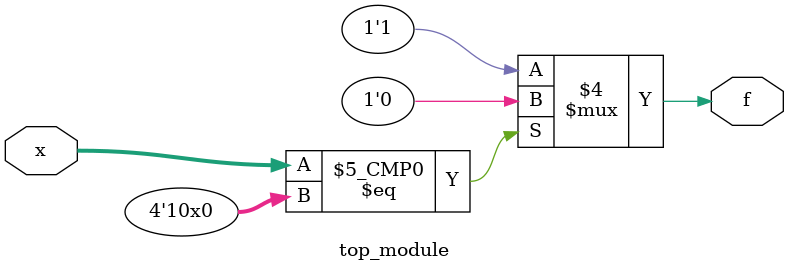
<source format=sv>
module top_module (
    input [4:1] x,
    output logic f
);

always_comb begin
    case (x)
        4'b10x0: f = 0;
        4'b11x1: f = 1;
        default: f = 1;
    endcase
end

endmodule

</source>
